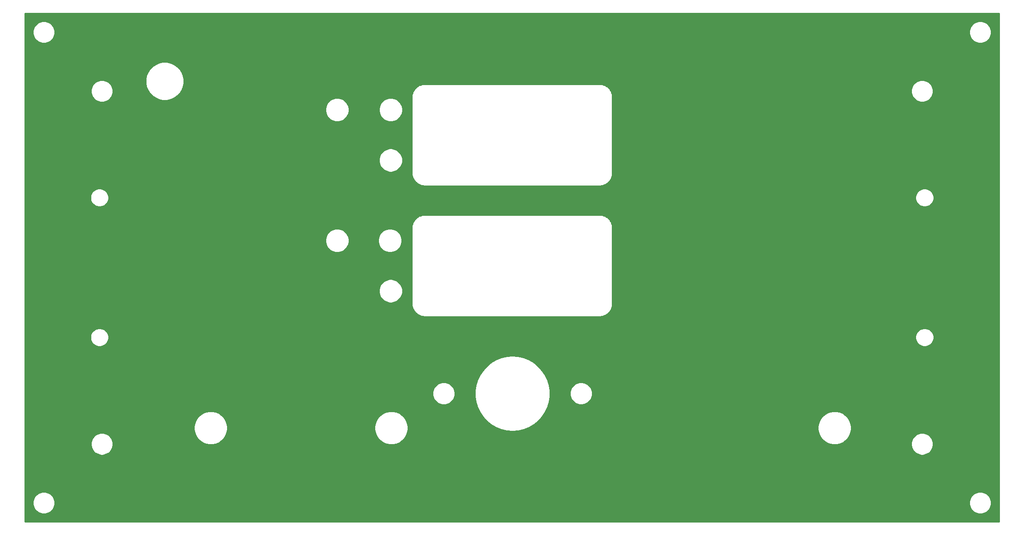
<source format=gbr>
%TF.GenerationSoftware,KiCad,Pcbnew,(5.1.9)-1*%
%TF.CreationDate,2021-03-04T22:04:08+01:00*%
%TF.ProjectId,frontplate,66726f6e-7470-46c6-9174-652e6b696361,rev?*%
%TF.SameCoordinates,Original*%
%TF.FileFunction,Copper,L2,Bot*%
%TF.FilePolarity,Positive*%
%FSLAX46Y46*%
G04 Gerber Fmt 4.6, Leading zero omitted, Abs format (unit mm)*
G04 Created by KiCad (PCBNEW (5.1.9)-1) date 2021-03-04 22:04:08*
%MOMM*%
%LPD*%
G01*
G04 APERTURE LIST*
%TA.AperFunction,NonConductor*%
%ADD10C,0.254000*%
%TD*%
%TA.AperFunction,NonConductor*%
%ADD11C,0.100000*%
%TD*%
G04 APERTURE END LIST*
D10*
X238273001Y-149548000D02*
X39593000Y-149548000D01*
X39593000Y-145484521D01*
X41163979Y-145484521D01*
X41163979Y-145931479D01*
X41251176Y-146369849D01*
X41422220Y-146782785D01*
X41670536Y-147154417D01*
X41986583Y-147470464D01*
X42358215Y-147718780D01*
X42771151Y-147889824D01*
X43209521Y-147977021D01*
X43656479Y-147977021D01*
X44094849Y-147889824D01*
X44507785Y-147718780D01*
X44879417Y-147470464D01*
X45195464Y-147154417D01*
X45443780Y-146782785D01*
X45614824Y-146369849D01*
X45702021Y-145931479D01*
X45702021Y-145484521D01*
X232163979Y-145484521D01*
X232163979Y-145931479D01*
X232251176Y-146369849D01*
X232422220Y-146782785D01*
X232670536Y-147154417D01*
X232986583Y-147470464D01*
X233358215Y-147718780D01*
X233771151Y-147889824D01*
X234209521Y-147977021D01*
X234656479Y-147977021D01*
X235094849Y-147889824D01*
X235507785Y-147718780D01*
X235879417Y-147470464D01*
X236195464Y-147154417D01*
X236443780Y-146782785D01*
X236614824Y-146369849D01*
X236702021Y-145931479D01*
X236702021Y-145484521D01*
X236614824Y-145046151D01*
X236443780Y-144633215D01*
X236195464Y-144261583D01*
X235879417Y-143945536D01*
X235507785Y-143697220D01*
X235094849Y-143526176D01*
X234656479Y-143438979D01*
X234209521Y-143438979D01*
X233771151Y-143526176D01*
X233358215Y-143697220D01*
X232986583Y-143945536D01*
X232670536Y-144261583D01*
X232422220Y-144633215D01*
X232251176Y-145046151D01*
X232163979Y-145484521D01*
X45702021Y-145484521D01*
X45614824Y-145046151D01*
X45443780Y-144633215D01*
X45195464Y-144261583D01*
X44879417Y-143945536D01*
X44507785Y-143697220D01*
X44094849Y-143526176D01*
X43656479Y-143438979D01*
X43209521Y-143438979D01*
X42771151Y-143526176D01*
X42358215Y-143697220D01*
X41986583Y-143945536D01*
X41670536Y-144261583D01*
X41422220Y-144633215D01*
X41251176Y-145046151D01*
X41163979Y-145484521D01*
X39593000Y-145484521D01*
X39593000Y-133484521D01*
X53008979Y-133484521D01*
X53008979Y-133931479D01*
X53096176Y-134369849D01*
X53267220Y-134782785D01*
X53515536Y-135154417D01*
X53831583Y-135470464D01*
X54203215Y-135718780D01*
X54616151Y-135889824D01*
X55054521Y-135977021D01*
X55501479Y-135977021D01*
X55939849Y-135889824D01*
X56352785Y-135718780D01*
X56724417Y-135470464D01*
X57040464Y-135154417D01*
X57288780Y-134782785D01*
X57459824Y-134369849D01*
X57547021Y-133931479D01*
X57547021Y-133484521D01*
X57459824Y-133046151D01*
X57288780Y-132633215D01*
X57040464Y-132261583D01*
X56724417Y-131945536D01*
X56352785Y-131697220D01*
X55939849Y-131526176D01*
X55501479Y-131438979D01*
X55054521Y-131438979D01*
X54616151Y-131526176D01*
X54203215Y-131697220D01*
X53831583Y-131945536D01*
X53515536Y-132261583D01*
X53267220Y-132633215D01*
X53096176Y-133046151D01*
X53008979Y-133484521D01*
X39593000Y-133484521D01*
X39593000Y-130092801D01*
X74066516Y-130092801D01*
X74066516Y-130765199D01*
X74197695Y-131424676D01*
X74455010Y-132045891D01*
X74828574Y-132604969D01*
X75304031Y-133080426D01*
X75863109Y-133453990D01*
X76484324Y-133711305D01*
X77143801Y-133842484D01*
X77816199Y-133842484D01*
X78475676Y-133711305D01*
X79096891Y-133453990D01*
X79655969Y-133080426D01*
X80131426Y-132604969D01*
X80504990Y-132045891D01*
X80762305Y-131424676D01*
X80893484Y-130765199D01*
X80893484Y-130092801D01*
X110886516Y-130092801D01*
X110886516Y-130765199D01*
X111017695Y-131424676D01*
X111275010Y-132045891D01*
X111648574Y-132604969D01*
X112124031Y-133080426D01*
X112683109Y-133453990D01*
X113304324Y-133711305D01*
X113963801Y-133842484D01*
X114636199Y-133842484D01*
X115295676Y-133711305D01*
X115916891Y-133453990D01*
X116475969Y-133080426D01*
X116951426Y-132604969D01*
X117324990Y-132045891D01*
X117582305Y-131424676D01*
X117713484Y-130765199D01*
X117713484Y-130092801D01*
X117582305Y-129433324D01*
X117324990Y-128812109D01*
X116951426Y-128253031D01*
X116475969Y-127777574D01*
X115916891Y-127404010D01*
X115295676Y-127146695D01*
X114636199Y-127015516D01*
X113963801Y-127015516D01*
X113304324Y-127146695D01*
X112683109Y-127404010D01*
X112124031Y-127777574D01*
X111648574Y-128253031D01*
X111275010Y-128812109D01*
X111017695Y-129433324D01*
X110886516Y-130092801D01*
X80893484Y-130092801D01*
X80762305Y-129433324D01*
X80504990Y-128812109D01*
X80131426Y-128253031D01*
X79655969Y-127777574D01*
X79096891Y-127404010D01*
X78475676Y-127146695D01*
X77816199Y-127015516D01*
X77143801Y-127015516D01*
X76484324Y-127146695D01*
X75863109Y-127404010D01*
X75304031Y-127777574D01*
X74828574Y-128253031D01*
X74455010Y-128812109D01*
X74197695Y-129433324D01*
X74066516Y-130092801D01*
X39593000Y-130092801D01*
X39593000Y-123189521D01*
X122738979Y-123189521D01*
X122738979Y-123636479D01*
X122826176Y-124074849D01*
X122997220Y-124487785D01*
X123245536Y-124859417D01*
X123561583Y-125175464D01*
X123933215Y-125423780D01*
X124346151Y-125594824D01*
X124784521Y-125682021D01*
X125231479Y-125682021D01*
X125669849Y-125594824D01*
X126082785Y-125423780D01*
X126454417Y-125175464D01*
X126770464Y-124859417D01*
X127018780Y-124487785D01*
X127189824Y-124074849D01*
X127277021Y-123636479D01*
X127277021Y-123189521D01*
X127207313Y-122839073D01*
X131349475Y-122839073D01*
X131349475Y-123986927D01*
X131520554Y-125121961D01*
X131858890Y-126218819D01*
X132356925Y-127253000D01*
X133003534Y-128201402D01*
X133784273Y-129042838D01*
X134681702Y-129758514D01*
X135675773Y-130332441D01*
X136744280Y-130751799D01*
X137863355Y-131007221D01*
X139008000Y-131093000D01*
X140152645Y-131007221D01*
X141271720Y-130751799D01*
X142340227Y-130332441D01*
X142755295Y-130092801D01*
X201310516Y-130092801D01*
X201310516Y-130765199D01*
X201441695Y-131424676D01*
X201699010Y-132045891D01*
X202072574Y-132604969D01*
X202548031Y-133080426D01*
X203107109Y-133453990D01*
X203728324Y-133711305D01*
X204387801Y-133842484D01*
X205060199Y-133842484D01*
X205719676Y-133711305D01*
X206267182Y-133484521D01*
X220318979Y-133484521D01*
X220318979Y-133931479D01*
X220406176Y-134369849D01*
X220577220Y-134782785D01*
X220825536Y-135154417D01*
X221141583Y-135470464D01*
X221513215Y-135718780D01*
X221926151Y-135889824D01*
X222364521Y-135977021D01*
X222811479Y-135977021D01*
X223249849Y-135889824D01*
X223662785Y-135718780D01*
X224034417Y-135470464D01*
X224350464Y-135154417D01*
X224598780Y-134782785D01*
X224769824Y-134369849D01*
X224857021Y-133931479D01*
X224857021Y-133484521D01*
X224769824Y-133046151D01*
X224598780Y-132633215D01*
X224350464Y-132261583D01*
X224034417Y-131945536D01*
X223662785Y-131697220D01*
X223249849Y-131526176D01*
X222811479Y-131438979D01*
X222364521Y-131438979D01*
X221926151Y-131526176D01*
X221513215Y-131697220D01*
X221141583Y-131945536D01*
X220825536Y-132261583D01*
X220577220Y-132633215D01*
X220406176Y-133046151D01*
X220318979Y-133484521D01*
X206267182Y-133484521D01*
X206340891Y-133453990D01*
X206899969Y-133080426D01*
X207375426Y-132604969D01*
X207748990Y-132045891D01*
X208006305Y-131424676D01*
X208137484Y-130765199D01*
X208137484Y-130092801D01*
X208006305Y-129433324D01*
X207748990Y-128812109D01*
X207375426Y-128253031D01*
X206899969Y-127777574D01*
X206340891Y-127404010D01*
X205719676Y-127146695D01*
X205060199Y-127015516D01*
X204387801Y-127015516D01*
X203728324Y-127146695D01*
X203107109Y-127404010D01*
X202548031Y-127777574D01*
X202072574Y-128253031D01*
X201699010Y-128812109D01*
X201441695Y-129433324D01*
X201310516Y-130092801D01*
X142755295Y-130092801D01*
X143334298Y-129758514D01*
X144231727Y-129042838D01*
X145012466Y-128201402D01*
X145659075Y-127253000D01*
X146157110Y-126218819D01*
X146495446Y-125121961D01*
X146666525Y-123986927D01*
X146666525Y-123189521D01*
X150738979Y-123189521D01*
X150738979Y-123636479D01*
X150826176Y-124074849D01*
X150997220Y-124487785D01*
X151245536Y-124859417D01*
X151561583Y-125175464D01*
X151933215Y-125423780D01*
X152346151Y-125594824D01*
X152784521Y-125682021D01*
X153231479Y-125682021D01*
X153669849Y-125594824D01*
X154082785Y-125423780D01*
X154454417Y-125175464D01*
X154770464Y-124859417D01*
X155018780Y-124487785D01*
X155189824Y-124074849D01*
X155277021Y-123636479D01*
X155277021Y-123189521D01*
X155189824Y-122751151D01*
X155018780Y-122338215D01*
X154770464Y-121966583D01*
X154454417Y-121650536D01*
X154082785Y-121402220D01*
X153669849Y-121231176D01*
X153231479Y-121143979D01*
X152784521Y-121143979D01*
X152346151Y-121231176D01*
X151933215Y-121402220D01*
X151561583Y-121650536D01*
X151245536Y-121966583D01*
X150997220Y-122338215D01*
X150826176Y-122751151D01*
X150738979Y-123189521D01*
X146666525Y-123189521D01*
X146666525Y-122839073D01*
X146495446Y-121704039D01*
X146157110Y-120607181D01*
X145659075Y-119573000D01*
X145012466Y-118624598D01*
X144231727Y-117783162D01*
X143334298Y-117067486D01*
X142340227Y-116493559D01*
X141271720Y-116074201D01*
X140152645Y-115818779D01*
X139008000Y-115733000D01*
X137863355Y-115818779D01*
X136744280Y-116074201D01*
X135675773Y-116493559D01*
X134681702Y-117067486D01*
X133784273Y-117783162D01*
X133003534Y-118624598D01*
X132356925Y-119573000D01*
X131858890Y-120607181D01*
X131520554Y-121704039D01*
X131349475Y-122839073D01*
X127207313Y-122839073D01*
X127189824Y-122751151D01*
X127018780Y-122338215D01*
X126770464Y-121966583D01*
X126454417Y-121650536D01*
X126082785Y-121402220D01*
X125669849Y-121231176D01*
X125231479Y-121143979D01*
X124784521Y-121143979D01*
X124346151Y-121231176D01*
X123933215Y-121402220D01*
X123561583Y-121650536D01*
X123245536Y-121966583D01*
X122997220Y-122338215D01*
X122826176Y-122751151D01*
X122738979Y-123189521D01*
X39593000Y-123189521D01*
X39593000Y-111773728D01*
X52907053Y-111773728D01*
X52907053Y-112142272D01*
X52978952Y-112503735D01*
X53119988Y-112844226D01*
X53324740Y-113150659D01*
X53585341Y-113411260D01*
X53891774Y-113616012D01*
X54232265Y-113757048D01*
X54593728Y-113828947D01*
X54962272Y-113828947D01*
X55323735Y-113757048D01*
X55664226Y-113616012D01*
X55970659Y-113411260D01*
X56231260Y-113150659D01*
X56436012Y-112844226D01*
X56577048Y-112503735D01*
X56648947Y-112142272D01*
X56648947Y-111773728D01*
X221217053Y-111773728D01*
X221217053Y-112142272D01*
X221288952Y-112503735D01*
X221429988Y-112844226D01*
X221634740Y-113150659D01*
X221895341Y-113411260D01*
X222201774Y-113616012D01*
X222542265Y-113757048D01*
X222903728Y-113828947D01*
X223272272Y-113828947D01*
X223633735Y-113757048D01*
X223974226Y-113616012D01*
X224280659Y-113411260D01*
X224541260Y-113150659D01*
X224746012Y-112844226D01*
X224887048Y-112503735D01*
X224958947Y-112142272D01*
X224958947Y-111773728D01*
X224887048Y-111412265D01*
X224746012Y-111071774D01*
X224541260Y-110765341D01*
X224280659Y-110504740D01*
X223974226Y-110299988D01*
X223633735Y-110158952D01*
X223272272Y-110087053D01*
X222903728Y-110087053D01*
X222542265Y-110158952D01*
X222201774Y-110299988D01*
X221895341Y-110504740D01*
X221634740Y-110765341D01*
X221429988Y-111071774D01*
X221288952Y-111412265D01*
X221217053Y-111773728D01*
X56648947Y-111773728D01*
X56577048Y-111412265D01*
X56436012Y-111071774D01*
X56231260Y-110765341D01*
X55970659Y-110504740D01*
X55664226Y-110299988D01*
X55323735Y-110158952D01*
X54962272Y-110087053D01*
X54593728Y-110087053D01*
X54232265Y-110158952D01*
X53891774Y-110299988D01*
X53585341Y-110504740D01*
X53324740Y-110765341D01*
X53119988Y-111071774D01*
X52978952Y-111412265D01*
X52907053Y-111773728D01*
X39593000Y-111773728D01*
X39593000Y-105093418D01*
X118466000Y-105093418D01*
X118468852Y-105122372D01*
X118468765Y-105134781D01*
X118469665Y-105143952D01*
X118510466Y-105532145D01*
X118522487Y-105590708D01*
X118533702Y-105649501D01*
X118536366Y-105658323D01*
X118651790Y-106031198D01*
X118674975Y-106086353D01*
X118697379Y-106141806D01*
X118701706Y-106149943D01*
X118887357Y-106493298D01*
X118920780Y-106542849D01*
X118953562Y-106592946D01*
X118959387Y-106600087D01*
X119208194Y-106900841D01*
X119250629Y-106942981D01*
X119292492Y-106985730D01*
X119299592Y-106991604D01*
X119602077Y-107238305D01*
X119651904Y-107271409D01*
X119701259Y-107305204D01*
X119709365Y-107309587D01*
X120054007Y-107492837D01*
X120109311Y-107515631D01*
X120164295Y-107539198D01*
X120173098Y-107541923D01*
X120546770Y-107654741D01*
X120605458Y-107666361D01*
X120663961Y-107678797D01*
X120673126Y-107679760D01*
X121061595Y-107717850D01*
X121061598Y-107717850D01*
X121093581Y-107721000D01*
X156782419Y-107721000D01*
X156811373Y-107718148D01*
X156823781Y-107718235D01*
X156832952Y-107717335D01*
X157221145Y-107676534D01*
X157279708Y-107664513D01*
X157338501Y-107653298D01*
X157347323Y-107650634D01*
X157720198Y-107535210D01*
X157775353Y-107512025D01*
X157830806Y-107489621D01*
X157838943Y-107485294D01*
X158182298Y-107299643D01*
X158231849Y-107266220D01*
X158281946Y-107233438D01*
X158289087Y-107227613D01*
X158589841Y-106978806D01*
X158631981Y-106936371D01*
X158674730Y-106894508D01*
X158680604Y-106887408D01*
X158927305Y-106584923D01*
X158960409Y-106535096D01*
X158994204Y-106485741D01*
X158998587Y-106477635D01*
X159181837Y-106132993D01*
X159204631Y-106077689D01*
X159228198Y-106022705D01*
X159230923Y-106013902D01*
X159343741Y-105640230D01*
X159355361Y-105581542D01*
X159367797Y-105523039D01*
X159368760Y-105513874D01*
X159406850Y-105125405D01*
X159406850Y-105125402D01*
X159410000Y-105093419D01*
X159410000Y-89597581D01*
X159407148Y-89568627D01*
X159407235Y-89556219D01*
X159406335Y-89547047D01*
X159365534Y-89158855D01*
X159353514Y-89100299D01*
X159342298Y-89041498D01*
X159339634Y-89032677D01*
X159224210Y-88659802D01*
X159201025Y-88604647D01*
X159178621Y-88549194D01*
X159174294Y-88541058D01*
X159174294Y-88541057D01*
X159174291Y-88541053D01*
X158988643Y-88197702D01*
X158955187Y-88148101D01*
X158922437Y-88098054D01*
X158916613Y-88090913D01*
X158667806Y-87790158D01*
X158625371Y-87748019D01*
X158583508Y-87705269D01*
X158576407Y-87699396D01*
X158273923Y-87452695D01*
X158224107Y-87419598D01*
X158174741Y-87385795D01*
X158166635Y-87381413D01*
X157821993Y-87198163D01*
X157766687Y-87175368D01*
X157711704Y-87151802D01*
X157702901Y-87149077D01*
X157329230Y-87036259D01*
X157270542Y-87024639D01*
X157212039Y-87012203D01*
X157202874Y-87011240D01*
X156814405Y-86973150D01*
X156814402Y-86973150D01*
X156782419Y-86970000D01*
X121093581Y-86970000D01*
X121064627Y-86972852D01*
X121052219Y-86972765D01*
X121043047Y-86973665D01*
X120654855Y-87014466D01*
X120596299Y-87026486D01*
X120537498Y-87037702D01*
X120528677Y-87040366D01*
X120155802Y-87155790D01*
X120100647Y-87178975D01*
X120045194Y-87201379D01*
X120037062Y-87205704D01*
X120037057Y-87205706D01*
X120037053Y-87205709D01*
X119693702Y-87391357D01*
X119644101Y-87424813D01*
X119594054Y-87457563D01*
X119586913Y-87463387D01*
X119286158Y-87712194D01*
X119244019Y-87754629D01*
X119201269Y-87796492D01*
X119195396Y-87803593D01*
X118948695Y-88106077D01*
X118915598Y-88155893D01*
X118881795Y-88205259D01*
X118877413Y-88213365D01*
X118694163Y-88558007D01*
X118671368Y-88613313D01*
X118647802Y-88668296D01*
X118645077Y-88677099D01*
X118532259Y-89050770D01*
X118520639Y-89109458D01*
X118508203Y-89167961D01*
X118507240Y-89177126D01*
X118469150Y-89565595D01*
X118469150Y-89565608D01*
X118466001Y-89597581D01*
X118466000Y-105093418D01*
X39593000Y-105093418D01*
X39593000Y-102250818D01*
X111754701Y-102250818D01*
X111754701Y-102727182D01*
X111847635Y-103194392D01*
X112029931Y-103634494D01*
X112294585Y-104030576D01*
X112631424Y-104367415D01*
X113027506Y-104632069D01*
X113467608Y-104814365D01*
X113934818Y-104907299D01*
X114411182Y-104907299D01*
X114878392Y-104814365D01*
X115318494Y-104632069D01*
X115714576Y-104367415D01*
X116051415Y-104030576D01*
X116316069Y-103634494D01*
X116498365Y-103194392D01*
X116591299Y-102727182D01*
X116591299Y-102250818D01*
X116498365Y-101783608D01*
X116316069Y-101343506D01*
X116051415Y-100947424D01*
X115714576Y-100610585D01*
X115318494Y-100345931D01*
X114878392Y-100163635D01*
X114411182Y-100070701D01*
X113934818Y-100070701D01*
X113467608Y-100163635D01*
X113027506Y-100345931D01*
X112631424Y-100610585D01*
X112294585Y-100947424D01*
X112029931Y-101343506D01*
X111847635Y-101783608D01*
X111754701Y-102250818D01*
X39593000Y-102250818D01*
X39593000Y-91963818D01*
X100832701Y-91963818D01*
X100832701Y-92440182D01*
X100925635Y-92907392D01*
X101107931Y-93347494D01*
X101372585Y-93743576D01*
X101709424Y-94080415D01*
X102105506Y-94345069D01*
X102545608Y-94527365D01*
X103012818Y-94620299D01*
X103489182Y-94620299D01*
X103956392Y-94527365D01*
X104396494Y-94345069D01*
X104792576Y-94080415D01*
X105129415Y-93743576D01*
X105394069Y-93347494D01*
X105576365Y-92907392D01*
X105669299Y-92440182D01*
X105669299Y-91963818D01*
X111627701Y-91963818D01*
X111627701Y-92440182D01*
X111720635Y-92907392D01*
X111902931Y-93347494D01*
X112167585Y-93743576D01*
X112504424Y-94080415D01*
X112900506Y-94345069D01*
X113340608Y-94527365D01*
X113807818Y-94620299D01*
X114284182Y-94620299D01*
X114751392Y-94527365D01*
X115191494Y-94345069D01*
X115587576Y-94080415D01*
X115924415Y-93743576D01*
X116189069Y-93347494D01*
X116371365Y-92907392D01*
X116464299Y-92440182D01*
X116464299Y-91963818D01*
X116371365Y-91496608D01*
X116189069Y-91056506D01*
X115924415Y-90660424D01*
X115587576Y-90323585D01*
X115191494Y-90058931D01*
X114751392Y-89876635D01*
X114284182Y-89783701D01*
X113807818Y-89783701D01*
X113340608Y-89876635D01*
X112900506Y-90058931D01*
X112504424Y-90323585D01*
X112167585Y-90660424D01*
X111902931Y-91056506D01*
X111720635Y-91496608D01*
X111627701Y-91963818D01*
X105669299Y-91963818D01*
X105576365Y-91496608D01*
X105394069Y-91056506D01*
X105129415Y-90660424D01*
X104792576Y-90323585D01*
X104396494Y-90058931D01*
X103956392Y-89876635D01*
X103489182Y-89783701D01*
X103012818Y-89783701D01*
X102545608Y-89876635D01*
X102105506Y-90058931D01*
X101709424Y-90323585D01*
X101372585Y-90660424D01*
X101107931Y-91056506D01*
X100925635Y-91496608D01*
X100832701Y-91963818D01*
X39593000Y-91963818D01*
X39593000Y-83273728D01*
X52907053Y-83273728D01*
X52907053Y-83642272D01*
X52978952Y-84003735D01*
X53119988Y-84344226D01*
X53324740Y-84650659D01*
X53585341Y-84911260D01*
X53891774Y-85116012D01*
X54232265Y-85257048D01*
X54593728Y-85328947D01*
X54962272Y-85328947D01*
X55323735Y-85257048D01*
X55664226Y-85116012D01*
X55970659Y-84911260D01*
X56231260Y-84650659D01*
X56436012Y-84344226D01*
X56577048Y-84003735D01*
X56648947Y-83642272D01*
X56648947Y-83273728D01*
X221217053Y-83273728D01*
X221217053Y-83642272D01*
X221288952Y-84003735D01*
X221429988Y-84344226D01*
X221634740Y-84650659D01*
X221895341Y-84911260D01*
X222201774Y-85116012D01*
X222542265Y-85257048D01*
X222903728Y-85328947D01*
X223272272Y-85328947D01*
X223633735Y-85257048D01*
X223974226Y-85116012D01*
X224280659Y-84911260D01*
X224541260Y-84650659D01*
X224746012Y-84344226D01*
X224887048Y-84003735D01*
X224958947Y-83642272D01*
X224958947Y-83273728D01*
X224887048Y-82912265D01*
X224746012Y-82571774D01*
X224541260Y-82265341D01*
X224280659Y-82004740D01*
X223974226Y-81799988D01*
X223633735Y-81658952D01*
X223272272Y-81587053D01*
X222903728Y-81587053D01*
X222542265Y-81658952D01*
X222201774Y-81799988D01*
X221895341Y-82004740D01*
X221634740Y-82265341D01*
X221429988Y-82571774D01*
X221288952Y-82912265D01*
X221217053Y-83273728D01*
X56648947Y-83273728D01*
X56577048Y-82912265D01*
X56436012Y-82571774D01*
X56231260Y-82265341D01*
X55970659Y-82004740D01*
X55664226Y-81799988D01*
X55323735Y-81658952D01*
X54962272Y-81587053D01*
X54593728Y-81587053D01*
X54232265Y-81658952D01*
X53891774Y-81799988D01*
X53585341Y-82004740D01*
X53324740Y-82265341D01*
X53119988Y-82571774D01*
X52978952Y-82912265D01*
X52907053Y-83273728D01*
X39593000Y-83273728D01*
X39593000Y-78423418D01*
X118466000Y-78423418D01*
X118468852Y-78452372D01*
X118468765Y-78464781D01*
X118469665Y-78473952D01*
X118510466Y-78862145D01*
X118522487Y-78920708D01*
X118533702Y-78979501D01*
X118536366Y-78988323D01*
X118651790Y-79361198D01*
X118674975Y-79416353D01*
X118697379Y-79471806D01*
X118701706Y-79479943D01*
X118887357Y-79823298D01*
X118920780Y-79872849D01*
X118953562Y-79922946D01*
X118959387Y-79930087D01*
X119208194Y-80230841D01*
X119250629Y-80272981D01*
X119292492Y-80315730D01*
X119299592Y-80321604D01*
X119602077Y-80568305D01*
X119651904Y-80601409D01*
X119701259Y-80635204D01*
X119709365Y-80639587D01*
X120054007Y-80822837D01*
X120109311Y-80845631D01*
X120164295Y-80869198D01*
X120173098Y-80871923D01*
X120546770Y-80984741D01*
X120605458Y-80996361D01*
X120663961Y-81008797D01*
X120673126Y-81009760D01*
X121061595Y-81047850D01*
X121061598Y-81047850D01*
X121093581Y-81051000D01*
X156782419Y-81051000D01*
X156811373Y-81048148D01*
X156823781Y-81048235D01*
X156832952Y-81047335D01*
X157221145Y-81006534D01*
X157279708Y-80994513D01*
X157338501Y-80983298D01*
X157347323Y-80980634D01*
X157720198Y-80865210D01*
X157775353Y-80842025D01*
X157830806Y-80819621D01*
X157838943Y-80815294D01*
X158182298Y-80629643D01*
X158231849Y-80596220D01*
X158281946Y-80563438D01*
X158289087Y-80557613D01*
X158589841Y-80308806D01*
X158631981Y-80266371D01*
X158674730Y-80224508D01*
X158680604Y-80217408D01*
X158927305Y-79914923D01*
X158960409Y-79865096D01*
X158994204Y-79815741D01*
X158998587Y-79807635D01*
X159181837Y-79462993D01*
X159204631Y-79407689D01*
X159228198Y-79352705D01*
X159230923Y-79343902D01*
X159343741Y-78970230D01*
X159355361Y-78911542D01*
X159367797Y-78853039D01*
X159368760Y-78843874D01*
X159406850Y-78455405D01*
X159406850Y-78455402D01*
X159410000Y-78423419D01*
X159410000Y-62927581D01*
X159407148Y-62898627D01*
X159407235Y-62886219D01*
X159406335Y-62877047D01*
X159365534Y-62488855D01*
X159353514Y-62430299D01*
X159342298Y-62371498D01*
X159339634Y-62362677D01*
X159224210Y-61989802D01*
X159201025Y-61934647D01*
X159178621Y-61879194D01*
X159174294Y-61871058D01*
X159174294Y-61871057D01*
X159174291Y-61871053D01*
X158988643Y-61527702D01*
X158959518Y-61484521D01*
X220318979Y-61484521D01*
X220318979Y-61931479D01*
X220406176Y-62369849D01*
X220577220Y-62782785D01*
X220825536Y-63154417D01*
X221141583Y-63470464D01*
X221513215Y-63718780D01*
X221926151Y-63889824D01*
X222364521Y-63977021D01*
X222811479Y-63977021D01*
X223249849Y-63889824D01*
X223662785Y-63718780D01*
X224034417Y-63470464D01*
X224350464Y-63154417D01*
X224598780Y-62782785D01*
X224769824Y-62369849D01*
X224857021Y-61931479D01*
X224857021Y-61484521D01*
X224769824Y-61046151D01*
X224598780Y-60633215D01*
X224350464Y-60261583D01*
X224034417Y-59945536D01*
X223662785Y-59697220D01*
X223249849Y-59526176D01*
X222811479Y-59438979D01*
X222364521Y-59438979D01*
X221926151Y-59526176D01*
X221513215Y-59697220D01*
X221141583Y-59945536D01*
X220825536Y-60261583D01*
X220577220Y-60633215D01*
X220406176Y-61046151D01*
X220318979Y-61484521D01*
X158959518Y-61484521D01*
X158955187Y-61478101D01*
X158922437Y-61428054D01*
X158916613Y-61420913D01*
X158667806Y-61120158D01*
X158625371Y-61078019D01*
X158583508Y-61035269D01*
X158576407Y-61029396D01*
X158273923Y-60782695D01*
X158224107Y-60749598D01*
X158174741Y-60715795D01*
X158166635Y-60711413D01*
X157821993Y-60528163D01*
X157766687Y-60505368D01*
X157711704Y-60481802D01*
X157702901Y-60479077D01*
X157329230Y-60366259D01*
X157270542Y-60354639D01*
X157212039Y-60342203D01*
X157202874Y-60341240D01*
X156814405Y-60303150D01*
X156814402Y-60303150D01*
X156782419Y-60300000D01*
X121093581Y-60300000D01*
X121064627Y-60302852D01*
X121052219Y-60302765D01*
X121043047Y-60303665D01*
X120654855Y-60344466D01*
X120596299Y-60356486D01*
X120537498Y-60367702D01*
X120528677Y-60370366D01*
X120155802Y-60485790D01*
X120100647Y-60508975D01*
X120045194Y-60531379D01*
X120037062Y-60535704D01*
X120037057Y-60535706D01*
X120037053Y-60535709D01*
X119693702Y-60721357D01*
X119644101Y-60754813D01*
X119594054Y-60787563D01*
X119586913Y-60793387D01*
X119286158Y-61042194D01*
X119244019Y-61084629D01*
X119201269Y-61126492D01*
X119195396Y-61133593D01*
X118948695Y-61436077D01*
X118915598Y-61485893D01*
X118881795Y-61535259D01*
X118877413Y-61543365D01*
X118694163Y-61888007D01*
X118671368Y-61943313D01*
X118647802Y-61998296D01*
X118645077Y-62007099D01*
X118532259Y-62380770D01*
X118520639Y-62439458D01*
X118508203Y-62497961D01*
X118507240Y-62507126D01*
X118469150Y-62895595D01*
X118469150Y-62895608D01*
X118466001Y-62927581D01*
X118466000Y-78423418D01*
X39593000Y-78423418D01*
X39593000Y-75580818D01*
X111754701Y-75580818D01*
X111754701Y-76057182D01*
X111847635Y-76524392D01*
X112029931Y-76964494D01*
X112294585Y-77360576D01*
X112631424Y-77697415D01*
X113027506Y-77962069D01*
X113467608Y-78144365D01*
X113934818Y-78237299D01*
X114411182Y-78237299D01*
X114878392Y-78144365D01*
X115318494Y-77962069D01*
X115714576Y-77697415D01*
X116051415Y-77360576D01*
X116316069Y-76964494D01*
X116498365Y-76524392D01*
X116591299Y-76057182D01*
X116591299Y-75580818D01*
X116498365Y-75113608D01*
X116316069Y-74673506D01*
X116051415Y-74277424D01*
X115714576Y-73940585D01*
X115318494Y-73675931D01*
X114878392Y-73493635D01*
X114411182Y-73400701D01*
X113934818Y-73400701D01*
X113467608Y-73493635D01*
X113027506Y-73675931D01*
X112631424Y-73940585D01*
X112294585Y-74277424D01*
X112029931Y-74673506D01*
X111847635Y-75113608D01*
X111754701Y-75580818D01*
X39593000Y-75580818D01*
X39593000Y-65293818D01*
X100832701Y-65293818D01*
X100832701Y-65770182D01*
X100925635Y-66237392D01*
X101107931Y-66677494D01*
X101372585Y-67073576D01*
X101709424Y-67410415D01*
X102105506Y-67675069D01*
X102545608Y-67857365D01*
X103012818Y-67950299D01*
X103489182Y-67950299D01*
X103956392Y-67857365D01*
X104396494Y-67675069D01*
X104792576Y-67410415D01*
X105129415Y-67073576D01*
X105394069Y-66677494D01*
X105576365Y-66237392D01*
X105669299Y-65770182D01*
X105669299Y-65293818D01*
X111754701Y-65293818D01*
X111754701Y-65770182D01*
X111847635Y-66237392D01*
X112029931Y-66677494D01*
X112294585Y-67073576D01*
X112631424Y-67410415D01*
X113027506Y-67675069D01*
X113467608Y-67857365D01*
X113934818Y-67950299D01*
X114411182Y-67950299D01*
X114878392Y-67857365D01*
X115318494Y-67675069D01*
X115714576Y-67410415D01*
X116051415Y-67073576D01*
X116316069Y-66677494D01*
X116498365Y-66237392D01*
X116591299Y-65770182D01*
X116591299Y-65293818D01*
X116498365Y-64826608D01*
X116316069Y-64386506D01*
X116051415Y-63990424D01*
X115714576Y-63653585D01*
X115318494Y-63388931D01*
X114878392Y-63206635D01*
X114411182Y-63113701D01*
X113934818Y-63113701D01*
X113467608Y-63206635D01*
X113027506Y-63388931D01*
X112631424Y-63653585D01*
X112294585Y-63990424D01*
X112029931Y-64386506D01*
X111847635Y-64826608D01*
X111754701Y-65293818D01*
X105669299Y-65293818D01*
X105576365Y-64826608D01*
X105394069Y-64386506D01*
X105129415Y-63990424D01*
X104792576Y-63653585D01*
X104396494Y-63388931D01*
X103956392Y-63206635D01*
X103489182Y-63113701D01*
X103012818Y-63113701D01*
X102545608Y-63206635D01*
X102105506Y-63388931D01*
X101709424Y-63653585D01*
X101372585Y-63990424D01*
X101107931Y-64386506D01*
X100925635Y-64826608D01*
X100832701Y-65293818D01*
X39593000Y-65293818D01*
X39593000Y-61484521D01*
X53008979Y-61484521D01*
X53008979Y-61931479D01*
X53096176Y-62369849D01*
X53267220Y-62782785D01*
X53515536Y-63154417D01*
X53831583Y-63470464D01*
X54203215Y-63718780D01*
X54616151Y-63889824D01*
X55054521Y-63977021D01*
X55501479Y-63977021D01*
X55939849Y-63889824D01*
X56352785Y-63718780D01*
X56724417Y-63470464D01*
X57040464Y-63154417D01*
X57288780Y-62782785D01*
X57459824Y-62369849D01*
X57547021Y-61931479D01*
X57547021Y-61484521D01*
X57459824Y-61046151D01*
X57288780Y-60633215D01*
X57040464Y-60261583D01*
X56724417Y-59945536D01*
X56352785Y-59697220D01*
X55939849Y-59526176D01*
X55501479Y-59438979D01*
X55054521Y-59438979D01*
X54616151Y-59526176D01*
X54203215Y-59697220D01*
X53831583Y-59945536D01*
X53515536Y-60261583D01*
X53267220Y-60633215D01*
X53096176Y-61046151D01*
X53008979Y-61484521D01*
X39593000Y-61484521D01*
X39593000Y-59304793D01*
X64170924Y-59304793D01*
X64170924Y-60075207D01*
X64321224Y-60830819D01*
X64616049Y-61542589D01*
X65044069Y-62183166D01*
X65588834Y-62727931D01*
X66229411Y-63155951D01*
X66941181Y-63450776D01*
X67696793Y-63601076D01*
X68467207Y-63601076D01*
X69222819Y-63450776D01*
X69934589Y-63155951D01*
X70575166Y-62727931D01*
X71119931Y-62183166D01*
X71547951Y-61542589D01*
X71842776Y-60830819D01*
X71993076Y-60075207D01*
X71993076Y-59304793D01*
X71842776Y-58549181D01*
X71547951Y-57837411D01*
X71119931Y-57196834D01*
X70575166Y-56652069D01*
X69934589Y-56224049D01*
X69222819Y-55929224D01*
X68467207Y-55778924D01*
X67696793Y-55778924D01*
X66941181Y-55929224D01*
X66229411Y-56224049D01*
X65588834Y-56652069D01*
X65044069Y-57196834D01*
X64616049Y-57837411D01*
X64321224Y-58549181D01*
X64170924Y-59304793D01*
X39593000Y-59304793D01*
X39593000Y-49484521D01*
X41163979Y-49484521D01*
X41163979Y-49931479D01*
X41251176Y-50369849D01*
X41422220Y-50782785D01*
X41670536Y-51154417D01*
X41986583Y-51470464D01*
X42358215Y-51718780D01*
X42771151Y-51889824D01*
X43209521Y-51977021D01*
X43656479Y-51977021D01*
X44094849Y-51889824D01*
X44507785Y-51718780D01*
X44879417Y-51470464D01*
X45195464Y-51154417D01*
X45443780Y-50782785D01*
X45614824Y-50369849D01*
X45702021Y-49931479D01*
X45702021Y-49484521D01*
X232163979Y-49484521D01*
X232163979Y-49931479D01*
X232251176Y-50369849D01*
X232422220Y-50782785D01*
X232670536Y-51154417D01*
X232986583Y-51470464D01*
X233358215Y-51718780D01*
X233771151Y-51889824D01*
X234209521Y-51977021D01*
X234656479Y-51977021D01*
X235094849Y-51889824D01*
X235507785Y-51718780D01*
X235879417Y-51470464D01*
X236195464Y-51154417D01*
X236443780Y-50782785D01*
X236614824Y-50369849D01*
X236702021Y-49931479D01*
X236702021Y-49484521D01*
X236614824Y-49046151D01*
X236443780Y-48633215D01*
X236195464Y-48261583D01*
X235879417Y-47945536D01*
X235507785Y-47697220D01*
X235094849Y-47526176D01*
X234656479Y-47438979D01*
X234209521Y-47438979D01*
X233771151Y-47526176D01*
X233358215Y-47697220D01*
X232986583Y-47945536D01*
X232670536Y-48261583D01*
X232422220Y-48633215D01*
X232251176Y-49046151D01*
X232163979Y-49484521D01*
X45702021Y-49484521D01*
X45614824Y-49046151D01*
X45443780Y-48633215D01*
X45195464Y-48261583D01*
X44879417Y-47945536D01*
X44507785Y-47697220D01*
X44094849Y-47526176D01*
X43656479Y-47438979D01*
X43209521Y-47438979D01*
X42771151Y-47526176D01*
X42358215Y-47697220D01*
X41986583Y-47945536D01*
X41670536Y-48261583D01*
X41422220Y-48633215D01*
X41251176Y-49046151D01*
X41163979Y-49484521D01*
X39593000Y-49484521D01*
X39593000Y-45868000D01*
X238273000Y-45868000D01*
X238273001Y-149548000D01*
%TA.AperFunction,NonConductor*%
D11*
G36*
X238273001Y-149548000D02*
G01*
X39593000Y-149548000D01*
X39593000Y-145484521D01*
X41163979Y-145484521D01*
X41163979Y-145931479D01*
X41251176Y-146369849D01*
X41422220Y-146782785D01*
X41670536Y-147154417D01*
X41986583Y-147470464D01*
X42358215Y-147718780D01*
X42771151Y-147889824D01*
X43209521Y-147977021D01*
X43656479Y-147977021D01*
X44094849Y-147889824D01*
X44507785Y-147718780D01*
X44879417Y-147470464D01*
X45195464Y-147154417D01*
X45443780Y-146782785D01*
X45614824Y-146369849D01*
X45702021Y-145931479D01*
X45702021Y-145484521D01*
X232163979Y-145484521D01*
X232163979Y-145931479D01*
X232251176Y-146369849D01*
X232422220Y-146782785D01*
X232670536Y-147154417D01*
X232986583Y-147470464D01*
X233358215Y-147718780D01*
X233771151Y-147889824D01*
X234209521Y-147977021D01*
X234656479Y-147977021D01*
X235094849Y-147889824D01*
X235507785Y-147718780D01*
X235879417Y-147470464D01*
X236195464Y-147154417D01*
X236443780Y-146782785D01*
X236614824Y-146369849D01*
X236702021Y-145931479D01*
X236702021Y-145484521D01*
X236614824Y-145046151D01*
X236443780Y-144633215D01*
X236195464Y-144261583D01*
X235879417Y-143945536D01*
X235507785Y-143697220D01*
X235094849Y-143526176D01*
X234656479Y-143438979D01*
X234209521Y-143438979D01*
X233771151Y-143526176D01*
X233358215Y-143697220D01*
X232986583Y-143945536D01*
X232670536Y-144261583D01*
X232422220Y-144633215D01*
X232251176Y-145046151D01*
X232163979Y-145484521D01*
X45702021Y-145484521D01*
X45614824Y-145046151D01*
X45443780Y-144633215D01*
X45195464Y-144261583D01*
X44879417Y-143945536D01*
X44507785Y-143697220D01*
X44094849Y-143526176D01*
X43656479Y-143438979D01*
X43209521Y-143438979D01*
X42771151Y-143526176D01*
X42358215Y-143697220D01*
X41986583Y-143945536D01*
X41670536Y-144261583D01*
X41422220Y-144633215D01*
X41251176Y-145046151D01*
X41163979Y-145484521D01*
X39593000Y-145484521D01*
X39593000Y-133484521D01*
X53008979Y-133484521D01*
X53008979Y-133931479D01*
X53096176Y-134369849D01*
X53267220Y-134782785D01*
X53515536Y-135154417D01*
X53831583Y-135470464D01*
X54203215Y-135718780D01*
X54616151Y-135889824D01*
X55054521Y-135977021D01*
X55501479Y-135977021D01*
X55939849Y-135889824D01*
X56352785Y-135718780D01*
X56724417Y-135470464D01*
X57040464Y-135154417D01*
X57288780Y-134782785D01*
X57459824Y-134369849D01*
X57547021Y-133931479D01*
X57547021Y-133484521D01*
X57459824Y-133046151D01*
X57288780Y-132633215D01*
X57040464Y-132261583D01*
X56724417Y-131945536D01*
X56352785Y-131697220D01*
X55939849Y-131526176D01*
X55501479Y-131438979D01*
X55054521Y-131438979D01*
X54616151Y-131526176D01*
X54203215Y-131697220D01*
X53831583Y-131945536D01*
X53515536Y-132261583D01*
X53267220Y-132633215D01*
X53096176Y-133046151D01*
X53008979Y-133484521D01*
X39593000Y-133484521D01*
X39593000Y-130092801D01*
X74066516Y-130092801D01*
X74066516Y-130765199D01*
X74197695Y-131424676D01*
X74455010Y-132045891D01*
X74828574Y-132604969D01*
X75304031Y-133080426D01*
X75863109Y-133453990D01*
X76484324Y-133711305D01*
X77143801Y-133842484D01*
X77816199Y-133842484D01*
X78475676Y-133711305D01*
X79096891Y-133453990D01*
X79655969Y-133080426D01*
X80131426Y-132604969D01*
X80504990Y-132045891D01*
X80762305Y-131424676D01*
X80893484Y-130765199D01*
X80893484Y-130092801D01*
X110886516Y-130092801D01*
X110886516Y-130765199D01*
X111017695Y-131424676D01*
X111275010Y-132045891D01*
X111648574Y-132604969D01*
X112124031Y-133080426D01*
X112683109Y-133453990D01*
X113304324Y-133711305D01*
X113963801Y-133842484D01*
X114636199Y-133842484D01*
X115295676Y-133711305D01*
X115916891Y-133453990D01*
X116475969Y-133080426D01*
X116951426Y-132604969D01*
X117324990Y-132045891D01*
X117582305Y-131424676D01*
X117713484Y-130765199D01*
X117713484Y-130092801D01*
X117582305Y-129433324D01*
X117324990Y-128812109D01*
X116951426Y-128253031D01*
X116475969Y-127777574D01*
X115916891Y-127404010D01*
X115295676Y-127146695D01*
X114636199Y-127015516D01*
X113963801Y-127015516D01*
X113304324Y-127146695D01*
X112683109Y-127404010D01*
X112124031Y-127777574D01*
X111648574Y-128253031D01*
X111275010Y-128812109D01*
X111017695Y-129433324D01*
X110886516Y-130092801D01*
X80893484Y-130092801D01*
X80762305Y-129433324D01*
X80504990Y-128812109D01*
X80131426Y-128253031D01*
X79655969Y-127777574D01*
X79096891Y-127404010D01*
X78475676Y-127146695D01*
X77816199Y-127015516D01*
X77143801Y-127015516D01*
X76484324Y-127146695D01*
X75863109Y-127404010D01*
X75304031Y-127777574D01*
X74828574Y-128253031D01*
X74455010Y-128812109D01*
X74197695Y-129433324D01*
X74066516Y-130092801D01*
X39593000Y-130092801D01*
X39593000Y-123189521D01*
X122738979Y-123189521D01*
X122738979Y-123636479D01*
X122826176Y-124074849D01*
X122997220Y-124487785D01*
X123245536Y-124859417D01*
X123561583Y-125175464D01*
X123933215Y-125423780D01*
X124346151Y-125594824D01*
X124784521Y-125682021D01*
X125231479Y-125682021D01*
X125669849Y-125594824D01*
X126082785Y-125423780D01*
X126454417Y-125175464D01*
X126770464Y-124859417D01*
X127018780Y-124487785D01*
X127189824Y-124074849D01*
X127277021Y-123636479D01*
X127277021Y-123189521D01*
X127207313Y-122839073D01*
X131349475Y-122839073D01*
X131349475Y-123986927D01*
X131520554Y-125121961D01*
X131858890Y-126218819D01*
X132356925Y-127253000D01*
X133003534Y-128201402D01*
X133784273Y-129042838D01*
X134681702Y-129758514D01*
X135675773Y-130332441D01*
X136744280Y-130751799D01*
X137863355Y-131007221D01*
X139008000Y-131093000D01*
X140152645Y-131007221D01*
X141271720Y-130751799D01*
X142340227Y-130332441D01*
X142755295Y-130092801D01*
X201310516Y-130092801D01*
X201310516Y-130765199D01*
X201441695Y-131424676D01*
X201699010Y-132045891D01*
X202072574Y-132604969D01*
X202548031Y-133080426D01*
X203107109Y-133453990D01*
X203728324Y-133711305D01*
X204387801Y-133842484D01*
X205060199Y-133842484D01*
X205719676Y-133711305D01*
X206267182Y-133484521D01*
X220318979Y-133484521D01*
X220318979Y-133931479D01*
X220406176Y-134369849D01*
X220577220Y-134782785D01*
X220825536Y-135154417D01*
X221141583Y-135470464D01*
X221513215Y-135718780D01*
X221926151Y-135889824D01*
X222364521Y-135977021D01*
X222811479Y-135977021D01*
X223249849Y-135889824D01*
X223662785Y-135718780D01*
X224034417Y-135470464D01*
X224350464Y-135154417D01*
X224598780Y-134782785D01*
X224769824Y-134369849D01*
X224857021Y-133931479D01*
X224857021Y-133484521D01*
X224769824Y-133046151D01*
X224598780Y-132633215D01*
X224350464Y-132261583D01*
X224034417Y-131945536D01*
X223662785Y-131697220D01*
X223249849Y-131526176D01*
X222811479Y-131438979D01*
X222364521Y-131438979D01*
X221926151Y-131526176D01*
X221513215Y-131697220D01*
X221141583Y-131945536D01*
X220825536Y-132261583D01*
X220577220Y-132633215D01*
X220406176Y-133046151D01*
X220318979Y-133484521D01*
X206267182Y-133484521D01*
X206340891Y-133453990D01*
X206899969Y-133080426D01*
X207375426Y-132604969D01*
X207748990Y-132045891D01*
X208006305Y-131424676D01*
X208137484Y-130765199D01*
X208137484Y-130092801D01*
X208006305Y-129433324D01*
X207748990Y-128812109D01*
X207375426Y-128253031D01*
X206899969Y-127777574D01*
X206340891Y-127404010D01*
X205719676Y-127146695D01*
X205060199Y-127015516D01*
X204387801Y-127015516D01*
X203728324Y-127146695D01*
X203107109Y-127404010D01*
X202548031Y-127777574D01*
X202072574Y-128253031D01*
X201699010Y-128812109D01*
X201441695Y-129433324D01*
X201310516Y-130092801D01*
X142755295Y-130092801D01*
X143334298Y-129758514D01*
X144231727Y-129042838D01*
X145012466Y-128201402D01*
X145659075Y-127253000D01*
X146157110Y-126218819D01*
X146495446Y-125121961D01*
X146666525Y-123986927D01*
X146666525Y-123189521D01*
X150738979Y-123189521D01*
X150738979Y-123636479D01*
X150826176Y-124074849D01*
X150997220Y-124487785D01*
X151245536Y-124859417D01*
X151561583Y-125175464D01*
X151933215Y-125423780D01*
X152346151Y-125594824D01*
X152784521Y-125682021D01*
X153231479Y-125682021D01*
X153669849Y-125594824D01*
X154082785Y-125423780D01*
X154454417Y-125175464D01*
X154770464Y-124859417D01*
X155018780Y-124487785D01*
X155189824Y-124074849D01*
X155277021Y-123636479D01*
X155277021Y-123189521D01*
X155189824Y-122751151D01*
X155018780Y-122338215D01*
X154770464Y-121966583D01*
X154454417Y-121650536D01*
X154082785Y-121402220D01*
X153669849Y-121231176D01*
X153231479Y-121143979D01*
X152784521Y-121143979D01*
X152346151Y-121231176D01*
X151933215Y-121402220D01*
X151561583Y-121650536D01*
X151245536Y-121966583D01*
X150997220Y-122338215D01*
X150826176Y-122751151D01*
X150738979Y-123189521D01*
X146666525Y-123189521D01*
X146666525Y-122839073D01*
X146495446Y-121704039D01*
X146157110Y-120607181D01*
X145659075Y-119573000D01*
X145012466Y-118624598D01*
X144231727Y-117783162D01*
X143334298Y-117067486D01*
X142340227Y-116493559D01*
X141271720Y-116074201D01*
X140152645Y-115818779D01*
X139008000Y-115733000D01*
X137863355Y-115818779D01*
X136744280Y-116074201D01*
X135675773Y-116493559D01*
X134681702Y-117067486D01*
X133784273Y-117783162D01*
X133003534Y-118624598D01*
X132356925Y-119573000D01*
X131858890Y-120607181D01*
X131520554Y-121704039D01*
X131349475Y-122839073D01*
X127207313Y-122839073D01*
X127189824Y-122751151D01*
X127018780Y-122338215D01*
X126770464Y-121966583D01*
X126454417Y-121650536D01*
X126082785Y-121402220D01*
X125669849Y-121231176D01*
X125231479Y-121143979D01*
X124784521Y-121143979D01*
X124346151Y-121231176D01*
X123933215Y-121402220D01*
X123561583Y-121650536D01*
X123245536Y-121966583D01*
X122997220Y-122338215D01*
X122826176Y-122751151D01*
X122738979Y-123189521D01*
X39593000Y-123189521D01*
X39593000Y-111773728D01*
X52907053Y-111773728D01*
X52907053Y-112142272D01*
X52978952Y-112503735D01*
X53119988Y-112844226D01*
X53324740Y-113150659D01*
X53585341Y-113411260D01*
X53891774Y-113616012D01*
X54232265Y-113757048D01*
X54593728Y-113828947D01*
X54962272Y-113828947D01*
X55323735Y-113757048D01*
X55664226Y-113616012D01*
X55970659Y-113411260D01*
X56231260Y-113150659D01*
X56436012Y-112844226D01*
X56577048Y-112503735D01*
X56648947Y-112142272D01*
X56648947Y-111773728D01*
X221217053Y-111773728D01*
X221217053Y-112142272D01*
X221288952Y-112503735D01*
X221429988Y-112844226D01*
X221634740Y-113150659D01*
X221895341Y-113411260D01*
X222201774Y-113616012D01*
X222542265Y-113757048D01*
X222903728Y-113828947D01*
X223272272Y-113828947D01*
X223633735Y-113757048D01*
X223974226Y-113616012D01*
X224280659Y-113411260D01*
X224541260Y-113150659D01*
X224746012Y-112844226D01*
X224887048Y-112503735D01*
X224958947Y-112142272D01*
X224958947Y-111773728D01*
X224887048Y-111412265D01*
X224746012Y-111071774D01*
X224541260Y-110765341D01*
X224280659Y-110504740D01*
X223974226Y-110299988D01*
X223633735Y-110158952D01*
X223272272Y-110087053D01*
X222903728Y-110087053D01*
X222542265Y-110158952D01*
X222201774Y-110299988D01*
X221895341Y-110504740D01*
X221634740Y-110765341D01*
X221429988Y-111071774D01*
X221288952Y-111412265D01*
X221217053Y-111773728D01*
X56648947Y-111773728D01*
X56577048Y-111412265D01*
X56436012Y-111071774D01*
X56231260Y-110765341D01*
X55970659Y-110504740D01*
X55664226Y-110299988D01*
X55323735Y-110158952D01*
X54962272Y-110087053D01*
X54593728Y-110087053D01*
X54232265Y-110158952D01*
X53891774Y-110299988D01*
X53585341Y-110504740D01*
X53324740Y-110765341D01*
X53119988Y-111071774D01*
X52978952Y-111412265D01*
X52907053Y-111773728D01*
X39593000Y-111773728D01*
X39593000Y-105093418D01*
X118466000Y-105093418D01*
X118468852Y-105122372D01*
X118468765Y-105134781D01*
X118469665Y-105143952D01*
X118510466Y-105532145D01*
X118522487Y-105590708D01*
X118533702Y-105649501D01*
X118536366Y-105658323D01*
X118651790Y-106031198D01*
X118674975Y-106086353D01*
X118697379Y-106141806D01*
X118701706Y-106149943D01*
X118887357Y-106493298D01*
X118920780Y-106542849D01*
X118953562Y-106592946D01*
X118959387Y-106600087D01*
X119208194Y-106900841D01*
X119250629Y-106942981D01*
X119292492Y-106985730D01*
X119299592Y-106991604D01*
X119602077Y-107238305D01*
X119651904Y-107271409D01*
X119701259Y-107305204D01*
X119709365Y-107309587D01*
X120054007Y-107492837D01*
X120109311Y-107515631D01*
X120164295Y-107539198D01*
X120173098Y-107541923D01*
X120546770Y-107654741D01*
X120605458Y-107666361D01*
X120663961Y-107678797D01*
X120673126Y-107679760D01*
X121061595Y-107717850D01*
X121061598Y-107717850D01*
X121093581Y-107721000D01*
X156782419Y-107721000D01*
X156811373Y-107718148D01*
X156823781Y-107718235D01*
X156832952Y-107717335D01*
X157221145Y-107676534D01*
X157279708Y-107664513D01*
X157338501Y-107653298D01*
X157347323Y-107650634D01*
X157720198Y-107535210D01*
X157775353Y-107512025D01*
X157830806Y-107489621D01*
X157838943Y-107485294D01*
X158182298Y-107299643D01*
X158231849Y-107266220D01*
X158281946Y-107233438D01*
X158289087Y-107227613D01*
X158589841Y-106978806D01*
X158631981Y-106936371D01*
X158674730Y-106894508D01*
X158680604Y-106887408D01*
X158927305Y-106584923D01*
X158960409Y-106535096D01*
X158994204Y-106485741D01*
X158998587Y-106477635D01*
X159181837Y-106132993D01*
X159204631Y-106077689D01*
X159228198Y-106022705D01*
X159230923Y-106013902D01*
X159343741Y-105640230D01*
X159355361Y-105581542D01*
X159367797Y-105523039D01*
X159368760Y-105513874D01*
X159406850Y-105125405D01*
X159406850Y-105125402D01*
X159410000Y-105093419D01*
X159410000Y-89597581D01*
X159407148Y-89568627D01*
X159407235Y-89556219D01*
X159406335Y-89547047D01*
X159365534Y-89158855D01*
X159353514Y-89100299D01*
X159342298Y-89041498D01*
X159339634Y-89032677D01*
X159224210Y-88659802D01*
X159201025Y-88604647D01*
X159178621Y-88549194D01*
X159174294Y-88541058D01*
X159174294Y-88541057D01*
X159174291Y-88541053D01*
X158988643Y-88197702D01*
X158955187Y-88148101D01*
X158922437Y-88098054D01*
X158916613Y-88090913D01*
X158667806Y-87790158D01*
X158625371Y-87748019D01*
X158583508Y-87705269D01*
X158576407Y-87699396D01*
X158273923Y-87452695D01*
X158224107Y-87419598D01*
X158174741Y-87385795D01*
X158166635Y-87381413D01*
X157821993Y-87198163D01*
X157766687Y-87175368D01*
X157711704Y-87151802D01*
X157702901Y-87149077D01*
X157329230Y-87036259D01*
X157270542Y-87024639D01*
X157212039Y-87012203D01*
X157202874Y-87011240D01*
X156814405Y-86973150D01*
X156814402Y-86973150D01*
X156782419Y-86970000D01*
X121093581Y-86970000D01*
X121064627Y-86972852D01*
X121052219Y-86972765D01*
X121043047Y-86973665D01*
X120654855Y-87014466D01*
X120596299Y-87026486D01*
X120537498Y-87037702D01*
X120528677Y-87040366D01*
X120155802Y-87155790D01*
X120100647Y-87178975D01*
X120045194Y-87201379D01*
X120037062Y-87205704D01*
X120037057Y-87205706D01*
X120037053Y-87205709D01*
X119693702Y-87391357D01*
X119644101Y-87424813D01*
X119594054Y-87457563D01*
X119586913Y-87463387D01*
X119286158Y-87712194D01*
X119244019Y-87754629D01*
X119201269Y-87796492D01*
X119195396Y-87803593D01*
X118948695Y-88106077D01*
X118915598Y-88155893D01*
X118881795Y-88205259D01*
X118877413Y-88213365D01*
X118694163Y-88558007D01*
X118671368Y-88613313D01*
X118647802Y-88668296D01*
X118645077Y-88677099D01*
X118532259Y-89050770D01*
X118520639Y-89109458D01*
X118508203Y-89167961D01*
X118507240Y-89177126D01*
X118469150Y-89565595D01*
X118469150Y-89565608D01*
X118466001Y-89597581D01*
X118466000Y-105093418D01*
X39593000Y-105093418D01*
X39593000Y-102250818D01*
X111754701Y-102250818D01*
X111754701Y-102727182D01*
X111847635Y-103194392D01*
X112029931Y-103634494D01*
X112294585Y-104030576D01*
X112631424Y-104367415D01*
X113027506Y-104632069D01*
X113467608Y-104814365D01*
X113934818Y-104907299D01*
X114411182Y-104907299D01*
X114878392Y-104814365D01*
X115318494Y-104632069D01*
X115714576Y-104367415D01*
X116051415Y-104030576D01*
X116316069Y-103634494D01*
X116498365Y-103194392D01*
X116591299Y-102727182D01*
X116591299Y-102250818D01*
X116498365Y-101783608D01*
X116316069Y-101343506D01*
X116051415Y-100947424D01*
X115714576Y-100610585D01*
X115318494Y-100345931D01*
X114878392Y-100163635D01*
X114411182Y-100070701D01*
X113934818Y-100070701D01*
X113467608Y-100163635D01*
X113027506Y-100345931D01*
X112631424Y-100610585D01*
X112294585Y-100947424D01*
X112029931Y-101343506D01*
X111847635Y-101783608D01*
X111754701Y-102250818D01*
X39593000Y-102250818D01*
X39593000Y-91963818D01*
X100832701Y-91963818D01*
X100832701Y-92440182D01*
X100925635Y-92907392D01*
X101107931Y-93347494D01*
X101372585Y-93743576D01*
X101709424Y-94080415D01*
X102105506Y-94345069D01*
X102545608Y-94527365D01*
X103012818Y-94620299D01*
X103489182Y-94620299D01*
X103956392Y-94527365D01*
X104396494Y-94345069D01*
X104792576Y-94080415D01*
X105129415Y-93743576D01*
X105394069Y-93347494D01*
X105576365Y-92907392D01*
X105669299Y-92440182D01*
X105669299Y-91963818D01*
X111627701Y-91963818D01*
X111627701Y-92440182D01*
X111720635Y-92907392D01*
X111902931Y-93347494D01*
X112167585Y-93743576D01*
X112504424Y-94080415D01*
X112900506Y-94345069D01*
X113340608Y-94527365D01*
X113807818Y-94620299D01*
X114284182Y-94620299D01*
X114751392Y-94527365D01*
X115191494Y-94345069D01*
X115587576Y-94080415D01*
X115924415Y-93743576D01*
X116189069Y-93347494D01*
X116371365Y-92907392D01*
X116464299Y-92440182D01*
X116464299Y-91963818D01*
X116371365Y-91496608D01*
X116189069Y-91056506D01*
X115924415Y-90660424D01*
X115587576Y-90323585D01*
X115191494Y-90058931D01*
X114751392Y-89876635D01*
X114284182Y-89783701D01*
X113807818Y-89783701D01*
X113340608Y-89876635D01*
X112900506Y-90058931D01*
X112504424Y-90323585D01*
X112167585Y-90660424D01*
X111902931Y-91056506D01*
X111720635Y-91496608D01*
X111627701Y-91963818D01*
X105669299Y-91963818D01*
X105576365Y-91496608D01*
X105394069Y-91056506D01*
X105129415Y-90660424D01*
X104792576Y-90323585D01*
X104396494Y-90058931D01*
X103956392Y-89876635D01*
X103489182Y-89783701D01*
X103012818Y-89783701D01*
X102545608Y-89876635D01*
X102105506Y-90058931D01*
X101709424Y-90323585D01*
X101372585Y-90660424D01*
X101107931Y-91056506D01*
X100925635Y-91496608D01*
X100832701Y-91963818D01*
X39593000Y-91963818D01*
X39593000Y-83273728D01*
X52907053Y-83273728D01*
X52907053Y-83642272D01*
X52978952Y-84003735D01*
X53119988Y-84344226D01*
X53324740Y-84650659D01*
X53585341Y-84911260D01*
X53891774Y-85116012D01*
X54232265Y-85257048D01*
X54593728Y-85328947D01*
X54962272Y-85328947D01*
X55323735Y-85257048D01*
X55664226Y-85116012D01*
X55970659Y-84911260D01*
X56231260Y-84650659D01*
X56436012Y-84344226D01*
X56577048Y-84003735D01*
X56648947Y-83642272D01*
X56648947Y-83273728D01*
X221217053Y-83273728D01*
X221217053Y-83642272D01*
X221288952Y-84003735D01*
X221429988Y-84344226D01*
X221634740Y-84650659D01*
X221895341Y-84911260D01*
X222201774Y-85116012D01*
X222542265Y-85257048D01*
X222903728Y-85328947D01*
X223272272Y-85328947D01*
X223633735Y-85257048D01*
X223974226Y-85116012D01*
X224280659Y-84911260D01*
X224541260Y-84650659D01*
X224746012Y-84344226D01*
X224887048Y-84003735D01*
X224958947Y-83642272D01*
X224958947Y-83273728D01*
X224887048Y-82912265D01*
X224746012Y-82571774D01*
X224541260Y-82265341D01*
X224280659Y-82004740D01*
X223974226Y-81799988D01*
X223633735Y-81658952D01*
X223272272Y-81587053D01*
X222903728Y-81587053D01*
X222542265Y-81658952D01*
X222201774Y-81799988D01*
X221895341Y-82004740D01*
X221634740Y-82265341D01*
X221429988Y-82571774D01*
X221288952Y-82912265D01*
X221217053Y-83273728D01*
X56648947Y-83273728D01*
X56577048Y-82912265D01*
X56436012Y-82571774D01*
X56231260Y-82265341D01*
X55970659Y-82004740D01*
X55664226Y-81799988D01*
X55323735Y-81658952D01*
X54962272Y-81587053D01*
X54593728Y-81587053D01*
X54232265Y-81658952D01*
X53891774Y-81799988D01*
X53585341Y-82004740D01*
X53324740Y-82265341D01*
X53119988Y-82571774D01*
X52978952Y-82912265D01*
X52907053Y-83273728D01*
X39593000Y-83273728D01*
X39593000Y-78423418D01*
X118466000Y-78423418D01*
X118468852Y-78452372D01*
X118468765Y-78464781D01*
X118469665Y-78473952D01*
X118510466Y-78862145D01*
X118522487Y-78920708D01*
X118533702Y-78979501D01*
X118536366Y-78988323D01*
X118651790Y-79361198D01*
X118674975Y-79416353D01*
X118697379Y-79471806D01*
X118701706Y-79479943D01*
X118887357Y-79823298D01*
X118920780Y-79872849D01*
X118953562Y-79922946D01*
X118959387Y-79930087D01*
X119208194Y-80230841D01*
X119250629Y-80272981D01*
X119292492Y-80315730D01*
X119299592Y-80321604D01*
X119602077Y-80568305D01*
X119651904Y-80601409D01*
X119701259Y-80635204D01*
X119709365Y-80639587D01*
X120054007Y-80822837D01*
X120109311Y-80845631D01*
X120164295Y-80869198D01*
X120173098Y-80871923D01*
X120546770Y-80984741D01*
X120605458Y-80996361D01*
X120663961Y-81008797D01*
X120673126Y-81009760D01*
X121061595Y-81047850D01*
X121061598Y-81047850D01*
X121093581Y-81051000D01*
X156782419Y-81051000D01*
X156811373Y-81048148D01*
X156823781Y-81048235D01*
X156832952Y-81047335D01*
X157221145Y-81006534D01*
X157279708Y-80994513D01*
X157338501Y-80983298D01*
X157347323Y-80980634D01*
X157720198Y-80865210D01*
X157775353Y-80842025D01*
X157830806Y-80819621D01*
X157838943Y-80815294D01*
X158182298Y-80629643D01*
X158231849Y-80596220D01*
X158281946Y-80563438D01*
X158289087Y-80557613D01*
X158589841Y-80308806D01*
X158631981Y-80266371D01*
X158674730Y-80224508D01*
X158680604Y-80217408D01*
X158927305Y-79914923D01*
X158960409Y-79865096D01*
X158994204Y-79815741D01*
X158998587Y-79807635D01*
X159181837Y-79462993D01*
X159204631Y-79407689D01*
X159228198Y-79352705D01*
X159230923Y-79343902D01*
X159343741Y-78970230D01*
X159355361Y-78911542D01*
X159367797Y-78853039D01*
X159368760Y-78843874D01*
X159406850Y-78455405D01*
X159406850Y-78455402D01*
X159410000Y-78423419D01*
X159410000Y-62927581D01*
X159407148Y-62898627D01*
X159407235Y-62886219D01*
X159406335Y-62877047D01*
X159365534Y-62488855D01*
X159353514Y-62430299D01*
X159342298Y-62371498D01*
X159339634Y-62362677D01*
X159224210Y-61989802D01*
X159201025Y-61934647D01*
X159178621Y-61879194D01*
X159174294Y-61871058D01*
X159174294Y-61871057D01*
X159174291Y-61871053D01*
X158988643Y-61527702D01*
X158959518Y-61484521D01*
X220318979Y-61484521D01*
X220318979Y-61931479D01*
X220406176Y-62369849D01*
X220577220Y-62782785D01*
X220825536Y-63154417D01*
X221141583Y-63470464D01*
X221513215Y-63718780D01*
X221926151Y-63889824D01*
X222364521Y-63977021D01*
X222811479Y-63977021D01*
X223249849Y-63889824D01*
X223662785Y-63718780D01*
X224034417Y-63470464D01*
X224350464Y-63154417D01*
X224598780Y-62782785D01*
X224769824Y-62369849D01*
X224857021Y-61931479D01*
X224857021Y-61484521D01*
X224769824Y-61046151D01*
X224598780Y-60633215D01*
X224350464Y-60261583D01*
X224034417Y-59945536D01*
X223662785Y-59697220D01*
X223249849Y-59526176D01*
X222811479Y-59438979D01*
X222364521Y-59438979D01*
X221926151Y-59526176D01*
X221513215Y-59697220D01*
X221141583Y-59945536D01*
X220825536Y-60261583D01*
X220577220Y-60633215D01*
X220406176Y-61046151D01*
X220318979Y-61484521D01*
X158959518Y-61484521D01*
X158955187Y-61478101D01*
X158922437Y-61428054D01*
X158916613Y-61420913D01*
X158667806Y-61120158D01*
X158625371Y-61078019D01*
X158583508Y-61035269D01*
X158576407Y-61029396D01*
X158273923Y-60782695D01*
X158224107Y-60749598D01*
X158174741Y-60715795D01*
X158166635Y-60711413D01*
X157821993Y-60528163D01*
X157766687Y-60505368D01*
X157711704Y-60481802D01*
X157702901Y-60479077D01*
X157329230Y-60366259D01*
X157270542Y-60354639D01*
X157212039Y-60342203D01*
X157202874Y-60341240D01*
X156814405Y-60303150D01*
X156814402Y-60303150D01*
X156782419Y-60300000D01*
X121093581Y-60300000D01*
X121064627Y-60302852D01*
X121052219Y-60302765D01*
X121043047Y-60303665D01*
X120654855Y-60344466D01*
X120596299Y-60356486D01*
X120537498Y-60367702D01*
X120528677Y-60370366D01*
X120155802Y-60485790D01*
X120100647Y-60508975D01*
X120045194Y-60531379D01*
X120037062Y-60535704D01*
X120037057Y-60535706D01*
X120037053Y-60535709D01*
X119693702Y-60721357D01*
X119644101Y-60754813D01*
X119594054Y-60787563D01*
X119586913Y-60793387D01*
X119286158Y-61042194D01*
X119244019Y-61084629D01*
X119201269Y-61126492D01*
X119195396Y-61133593D01*
X118948695Y-61436077D01*
X118915598Y-61485893D01*
X118881795Y-61535259D01*
X118877413Y-61543365D01*
X118694163Y-61888007D01*
X118671368Y-61943313D01*
X118647802Y-61998296D01*
X118645077Y-62007099D01*
X118532259Y-62380770D01*
X118520639Y-62439458D01*
X118508203Y-62497961D01*
X118507240Y-62507126D01*
X118469150Y-62895595D01*
X118469150Y-62895608D01*
X118466001Y-62927581D01*
X118466000Y-78423418D01*
X39593000Y-78423418D01*
X39593000Y-75580818D01*
X111754701Y-75580818D01*
X111754701Y-76057182D01*
X111847635Y-76524392D01*
X112029931Y-76964494D01*
X112294585Y-77360576D01*
X112631424Y-77697415D01*
X113027506Y-77962069D01*
X113467608Y-78144365D01*
X113934818Y-78237299D01*
X114411182Y-78237299D01*
X114878392Y-78144365D01*
X115318494Y-77962069D01*
X115714576Y-77697415D01*
X116051415Y-77360576D01*
X116316069Y-76964494D01*
X116498365Y-76524392D01*
X116591299Y-76057182D01*
X116591299Y-75580818D01*
X116498365Y-75113608D01*
X116316069Y-74673506D01*
X116051415Y-74277424D01*
X115714576Y-73940585D01*
X115318494Y-73675931D01*
X114878392Y-73493635D01*
X114411182Y-73400701D01*
X113934818Y-73400701D01*
X113467608Y-73493635D01*
X113027506Y-73675931D01*
X112631424Y-73940585D01*
X112294585Y-74277424D01*
X112029931Y-74673506D01*
X111847635Y-75113608D01*
X111754701Y-75580818D01*
X39593000Y-75580818D01*
X39593000Y-65293818D01*
X100832701Y-65293818D01*
X100832701Y-65770182D01*
X100925635Y-66237392D01*
X101107931Y-66677494D01*
X101372585Y-67073576D01*
X101709424Y-67410415D01*
X102105506Y-67675069D01*
X102545608Y-67857365D01*
X103012818Y-67950299D01*
X103489182Y-67950299D01*
X103956392Y-67857365D01*
X104396494Y-67675069D01*
X104792576Y-67410415D01*
X105129415Y-67073576D01*
X105394069Y-66677494D01*
X105576365Y-66237392D01*
X105669299Y-65770182D01*
X105669299Y-65293818D01*
X111754701Y-65293818D01*
X111754701Y-65770182D01*
X111847635Y-66237392D01*
X112029931Y-66677494D01*
X112294585Y-67073576D01*
X112631424Y-67410415D01*
X113027506Y-67675069D01*
X113467608Y-67857365D01*
X113934818Y-67950299D01*
X114411182Y-67950299D01*
X114878392Y-67857365D01*
X115318494Y-67675069D01*
X115714576Y-67410415D01*
X116051415Y-67073576D01*
X116316069Y-66677494D01*
X116498365Y-66237392D01*
X116591299Y-65770182D01*
X116591299Y-65293818D01*
X116498365Y-64826608D01*
X116316069Y-64386506D01*
X116051415Y-63990424D01*
X115714576Y-63653585D01*
X115318494Y-63388931D01*
X114878392Y-63206635D01*
X114411182Y-63113701D01*
X113934818Y-63113701D01*
X113467608Y-63206635D01*
X113027506Y-63388931D01*
X112631424Y-63653585D01*
X112294585Y-63990424D01*
X112029931Y-64386506D01*
X111847635Y-64826608D01*
X111754701Y-65293818D01*
X105669299Y-65293818D01*
X105576365Y-64826608D01*
X105394069Y-64386506D01*
X105129415Y-63990424D01*
X104792576Y-63653585D01*
X104396494Y-63388931D01*
X103956392Y-63206635D01*
X103489182Y-63113701D01*
X103012818Y-63113701D01*
X102545608Y-63206635D01*
X102105506Y-63388931D01*
X101709424Y-63653585D01*
X101372585Y-63990424D01*
X101107931Y-64386506D01*
X100925635Y-64826608D01*
X100832701Y-65293818D01*
X39593000Y-65293818D01*
X39593000Y-61484521D01*
X53008979Y-61484521D01*
X53008979Y-61931479D01*
X53096176Y-62369849D01*
X53267220Y-62782785D01*
X53515536Y-63154417D01*
X53831583Y-63470464D01*
X54203215Y-63718780D01*
X54616151Y-63889824D01*
X55054521Y-63977021D01*
X55501479Y-63977021D01*
X55939849Y-63889824D01*
X56352785Y-63718780D01*
X56724417Y-63470464D01*
X57040464Y-63154417D01*
X57288780Y-62782785D01*
X57459824Y-62369849D01*
X57547021Y-61931479D01*
X57547021Y-61484521D01*
X57459824Y-61046151D01*
X57288780Y-60633215D01*
X57040464Y-60261583D01*
X56724417Y-59945536D01*
X56352785Y-59697220D01*
X55939849Y-59526176D01*
X55501479Y-59438979D01*
X55054521Y-59438979D01*
X54616151Y-59526176D01*
X54203215Y-59697220D01*
X53831583Y-59945536D01*
X53515536Y-60261583D01*
X53267220Y-60633215D01*
X53096176Y-61046151D01*
X53008979Y-61484521D01*
X39593000Y-61484521D01*
X39593000Y-59304793D01*
X64170924Y-59304793D01*
X64170924Y-60075207D01*
X64321224Y-60830819D01*
X64616049Y-61542589D01*
X65044069Y-62183166D01*
X65588834Y-62727931D01*
X66229411Y-63155951D01*
X66941181Y-63450776D01*
X67696793Y-63601076D01*
X68467207Y-63601076D01*
X69222819Y-63450776D01*
X69934589Y-63155951D01*
X70575166Y-62727931D01*
X71119931Y-62183166D01*
X71547951Y-61542589D01*
X71842776Y-60830819D01*
X71993076Y-60075207D01*
X71993076Y-59304793D01*
X71842776Y-58549181D01*
X71547951Y-57837411D01*
X71119931Y-57196834D01*
X70575166Y-56652069D01*
X69934589Y-56224049D01*
X69222819Y-55929224D01*
X68467207Y-55778924D01*
X67696793Y-55778924D01*
X66941181Y-55929224D01*
X66229411Y-56224049D01*
X65588834Y-56652069D01*
X65044069Y-57196834D01*
X64616049Y-57837411D01*
X64321224Y-58549181D01*
X64170924Y-59304793D01*
X39593000Y-59304793D01*
X39593000Y-49484521D01*
X41163979Y-49484521D01*
X41163979Y-49931479D01*
X41251176Y-50369849D01*
X41422220Y-50782785D01*
X41670536Y-51154417D01*
X41986583Y-51470464D01*
X42358215Y-51718780D01*
X42771151Y-51889824D01*
X43209521Y-51977021D01*
X43656479Y-51977021D01*
X44094849Y-51889824D01*
X44507785Y-51718780D01*
X44879417Y-51470464D01*
X45195464Y-51154417D01*
X45443780Y-50782785D01*
X45614824Y-50369849D01*
X45702021Y-49931479D01*
X45702021Y-49484521D01*
X232163979Y-49484521D01*
X232163979Y-49931479D01*
X232251176Y-50369849D01*
X232422220Y-50782785D01*
X232670536Y-51154417D01*
X232986583Y-51470464D01*
X233358215Y-51718780D01*
X233771151Y-51889824D01*
X234209521Y-51977021D01*
X234656479Y-51977021D01*
X235094849Y-51889824D01*
X235507785Y-51718780D01*
X235879417Y-51470464D01*
X236195464Y-51154417D01*
X236443780Y-50782785D01*
X236614824Y-50369849D01*
X236702021Y-49931479D01*
X236702021Y-49484521D01*
X236614824Y-49046151D01*
X236443780Y-48633215D01*
X236195464Y-48261583D01*
X235879417Y-47945536D01*
X235507785Y-47697220D01*
X235094849Y-47526176D01*
X234656479Y-47438979D01*
X234209521Y-47438979D01*
X233771151Y-47526176D01*
X233358215Y-47697220D01*
X232986583Y-47945536D01*
X232670536Y-48261583D01*
X232422220Y-48633215D01*
X232251176Y-49046151D01*
X232163979Y-49484521D01*
X45702021Y-49484521D01*
X45614824Y-49046151D01*
X45443780Y-48633215D01*
X45195464Y-48261583D01*
X44879417Y-47945536D01*
X44507785Y-47697220D01*
X44094849Y-47526176D01*
X43656479Y-47438979D01*
X43209521Y-47438979D01*
X42771151Y-47526176D01*
X42358215Y-47697220D01*
X41986583Y-47945536D01*
X41670536Y-48261583D01*
X41422220Y-48633215D01*
X41251176Y-49046151D01*
X41163979Y-49484521D01*
X39593000Y-49484521D01*
X39593000Y-45868000D01*
X238273000Y-45868000D01*
X238273001Y-149548000D01*
G37*
%TD.AperFunction*%
M02*

</source>
